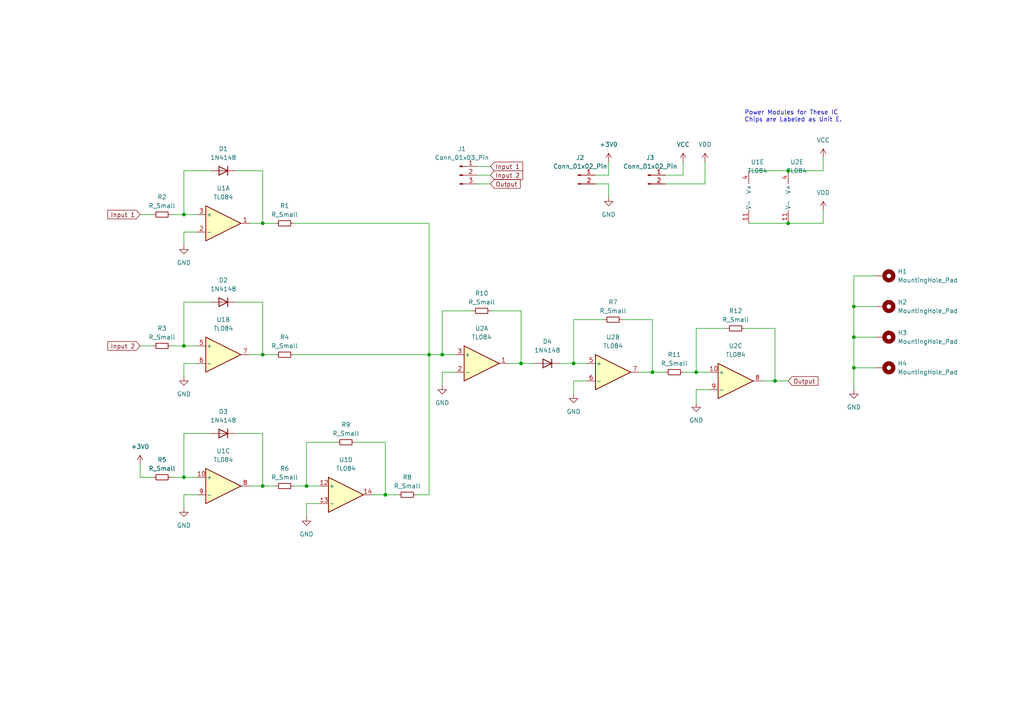
<source format=kicad_sch>
(kicad_sch (version 20230121) (generator eeschema)
  (paper "A4")
  (lib_symbols
    (symbol "Amplifier_Operational:TL084" (pin_names (offset 0.127))
      (property "Reference" "U" (at 0 5.08 0))
      (property "Value" "TL084" (at 0 -5.08 0))
      (symbol "TL084_1_1"
        (polyline (pts (xy -5.08 5.08) (xy 5.08 0) (xy -5.08 -5.08) (xy -5.08 5.08)) (stroke (width 0.254)) (fill (type background)))
        (pin output line (at 7.62 0 180) (length 2.54) (name "~") (number "1"))
        (pin input line (at -7.62 -2.54 0) (length 2.54) (name "-") (number "2"))
        (pin input line (at -7.62 2.54 0) (length 2.54) (name "+") (number "3"))
      )
      (symbol "TL084_2_1"
        (polyline (pts (xy -5.08 5.08) (xy 5.08 0) (xy -5.08 -5.08) (xy -5.08 5.08)) (stroke (width 0.254)) (fill (type background)))
        (pin input line (at -7.62 2.54 0) (length 2.54) (name "+") (number "5"))
        (pin input line (at -7.62 -2.54 0) (length 2.54) (name "-") (number "6"))
        (pin output line (at 7.62 0 180) (length 2.54) (name "~") (number "7"))
      )
      (symbol "TL084_3_1"
        (polyline (pts (xy -5.08 5.08) (xy 5.08 0) (xy -5.08 -5.08) (xy -5.08 5.08)) (stroke (width 0.254)) (fill (type background)))
        (pin input line (at -7.62 2.54 0) (length 2.54) (name "+") (number "10"))
        (pin output line (at 7.62 0 180) (length 2.54) (name "~") (number "8"))
        (pin input line (at -7.62 -2.54 0) (length 2.54) (name "-") (number "9"))
      )
      (symbol "TL084_4_1"
        (polyline (pts (xy -5.08 5.08) (xy 5.08 0) (xy -5.08 -5.08) (xy -5.08 5.08)) (stroke (width 0.254)) (fill (type background)))
        (pin input line (at -7.62 2.54 0) (length 2.54) (name "+") (number "12"))
        (pin input line (at -7.62 -2.54 0) (length 2.54) (name "-") (number "13"))
        (pin output line (at 7.62 0 180) (length 2.54) (name "~") (number "14"))
      )
      (symbol "TL084_5_1"
        (pin power_in line (at -2.54 -7.62 90) (length 3.81) (name "V-") (number "11"))
        (pin power_in line (at -2.54 7.62 270) (length 3.81) (name "V+") (number "4"))
      )
    )
    (symbol "Connector:Conn_01x02_Pin" (pin_names (offset 1.016) hide)
      (property "Reference" "J" (at 0 2.54 0))
      (property "Value" "Conn_01x02_Pin" (at 0 -5.08 0))
      (symbol "Conn_01x02_Pin_1_1"
        (polyline (pts (xy 1.27 -2.54) (xy 0.8636 -2.54)) (stroke (width 0.1524)))
        (polyline (pts (xy 1.27 0) (xy 0.8636 0)) (stroke (width 0.1524)))
        (rectangle (start 0.8636 -2.413) (end 0 -2.667) (stroke (width 0.1524)) (fill (type outline)))
        (rectangle (start 0.8636 0.127) (end 0 -0.127) (stroke (width 0.1524)) (fill (type outline)))
        (pin passive line (at 5.08 0 180) (length 3.81) (name "Pin_1") (number "1"))
        (pin passive line (at 5.08 -2.54 180) (length 3.81) (name "Pin_2") (number "2"))
      )
    )
    (symbol "Connector:Conn_01x03_Pin" (pin_names (offset 1.016) hide)
      (property "Reference" "J" (at 0 5.08 0))
      (property "Value" "Conn_01x03_Pin" (at 0 -5.08 0))
      (symbol "Conn_01x03_Pin_1_1"
        (polyline (pts (xy 1.27 -2.54) (xy 0.8636 -2.54)) (stroke (width 0.1524)))
        (polyline (pts (xy 1.27 0) (xy 0.8636 0)) (stroke (width 0.1524)))
        (polyline (pts (xy 1.27 2.54) (xy 0.8636 2.54)) (stroke (width 0.1524)))
        (rectangle (start 0.8636 -2.413) (end 0 -2.667) (stroke (width 0.1524)) (fill (type outline)))
        (rectangle (start 0.8636 0.127) (end 0 -0.127) (stroke (width 0.1524)) (fill (type outline)))
        (rectangle (start 0.8636 2.667) (end 0 2.413) (stroke (width 0.1524)) (fill (type outline)))
        (pin passive line (at 5.08 2.54 180) (length 3.81) (name "Pin_1") (number "1"))
        (pin passive line (at 5.08 0 180) (length 3.81) (name "Pin_2") (number "2"))
        (pin passive line (at 5.08 -2.54 180) (length 3.81) (name "Pin_3") (number "3"))
      )
    )
    (symbol "Device:R_Small" (pin_numbers hide) (pin_names (offset 0.254) hide)
      (property "Reference" "R" (at 0.762 0.508 0))
      (property "Value" "R_Small" (at 0.762 -1.016 0))
      (symbol "R_Small_0_1"
        (rectangle (start -0.762 1.778) (end 0.762 -1.778) (stroke (width 0.2032)))
      )
      (symbol "R_Small_1_1"
        (pin passive line (at 0 2.54 270) (length 0.762) (name "~") (number "1"))
        (pin passive line (at 0 -2.54 90) (length 0.762) (name "~") (number "2"))
      )
    )
    (symbol "Diode:1N4148" (pin_numbers hide) (pin_names hide)
      (property "Reference" "D" (at 0 2.54 0))
      (property "Value" "1N4148" (at 0 -2.54 0))
      (symbol "1N4148_0_1"
        (polyline (pts (xy -1.27 1.27) (xy -1.27 -1.27)) (stroke (width 0.254)))
        (polyline (pts (xy 1.27 0) (xy -1.27 0)))
        (polyline (pts (xy 1.27 1.27) (xy 1.27 -1.27) (xy -1.27 0) (xy 1.27 1.27)) (stroke (width 0.254)))
      )
      (symbol "1N4148_1_1"
        (pin passive line (at -3.81 0 0) (length 2.54) (name "K") (number "1"))
        (pin passive line (at 3.81 0 180) (length 2.54) (name "A") (number "2"))
      )
    )
    (symbol "Mechanical:MountingHole_Pad" (pin_numbers hide) (pin_names (offset 1.016) hide)
      (property "Reference" "H" (at 0 6.35 0))
      (property "Value" "MountingHole_Pad" (at 0 4.445 0))
      (symbol "MountingHole_Pad_0_1"
        (circle (center 0 1.27) (radius 1.27) (stroke (width 1.27)))
      )
      (symbol "MountingHole_Pad_1_1"
        (pin input line (at 0 -2.54 90) (length 2.54) (name "1") (number "1"))
      )
    )
    (symbol "power:+3V0" (power) (pin_names (offset 0))
      (property "Value" "+3V0" (at 0 3.556 0))
      (symbol "+3V0_0_1"
        (polyline (pts (xy -0.762 1.27) (xy 0 2.54)))
        (polyline (pts (xy 0 0) (xy 0 2.54)))
        (polyline (pts (xy 0 2.54) (xy 0.762 1.27)))
      )
      (symbol "+3V0_1_1"
        (pin power_in line (at 0 0 90) (length 0) hide (name "+3V0") (number "1"))
      )
    )
    (symbol "power:GND" (power) (pin_names (offset 0))
      (property "Value" "GND" (at 0 -3.81 0))
      (symbol "GND_0_1"
        (polyline (pts (xy 0 0) (xy 0 -1.27) (xy 1.27 -1.27) (xy 0 -2.54) (xy -1.27 -1.27) (xy 0 -1.27)))
      )
      (symbol "GND_1_1"
        (pin power_in line (at 0 0 270) (length 0) hide (name "GND") (number "1"))
      )
    )
    (symbol "power:VCC" (power) (pin_names (offset 0))
      (property "Value" "VCC" (at 0 3.81 0))
      (symbol "VCC_0_1"
        (polyline (pts (xy -0.762 1.27) (xy 0 2.54)))
        (polyline (pts (xy 0 0) (xy 0 2.54)))
        (polyline (pts (xy 0 2.54) (xy 0.762 1.27)))
      )
      (symbol "VCC_1_1"
        (pin power_in line (at 0 0 90) (length 0) hide (name "VCC") (number "1"))
      )
    )
    (symbol "power:VDD" (power) (pin_names (offset 0))
      (property "Value" "VDD" (at 0 3.81 0))
      (symbol "VDD_0_1"
        (polyline (pts (xy -0.762 1.27) (xy 0 2.54)))
        (polyline (pts (xy 0 0) (xy 0 2.54)))
        (polyline (pts (xy 0 2.54) (xy 0.762 1.27)))
      )
      (symbol "VDD_1_1"
        (pin power_in line (at 0 0 90) (length 0) hide (name "VDD") (number "1"))
      )
    )
  )
  (junction (at 53.34 100.33))
  (junction (at 247.65 106.68))
  (junction (at 76.2 140.97))
  (junction (at 224.79 110.49))
  (junction (at 247.65 97.79))
  (junction (at 128.27 102.87))
  (junction (at 228.6 64.77))
  (junction (at 201.93 107.95))
  (junction (at 124.46 102.87))
  (junction (at 228.6 49.53))
  (junction (at 189.23 107.95))
  (junction (at 76.2 102.87))
  (junction (at 88.9 140.97))
  (junction (at 247.65 88.9))
  (junction (at 151.13 105.41))
  (junction (at 166.37 105.41))
  (junction (at 111.76 143.51))
  (junction (at 76.2 64.77))
  (junction (at 53.34 62.23))
  (junction (at 53.34 138.43))
  (wire (pts (xy 57.15 105.41) (xy 53.34 105.41)))
  (wire (pts (xy 228.6 49.53) (xy 217.17 49.53)))
  (wire (pts (xy 166.37 105.41) (xy 166.37 92.71)))
  (wire (pts (xy 247.65 88.9) (xy 247.65 97.79)))
  (wire (pts (xy 138.43 53.34) (xy 142.24 53.34)))
  (wire (pts (xy 76.2 87.63) (xy 76.2 102.87)))
  (wire (pts (xy 53.34 125.73) (xy 53.34 138.43)))
  (wire (pts (xy 68.58 125.73) (xy 76.2 125.73)))
  (wire (pts (xy 57.15 67.31) (xy 53.34 67.31)))
  (wire (pts (xy 128.27 107.95) (xy 132.08 107.95)))
  (wire (pts (xy 60.96 49.53) (xy 53.34 49.53)))
  (wire (pts (xy 147.32 105.41) (xy 151.13 105.41)))
  (wire (pts (xy 72.39 64.77) (xy 76.2 64.77)))
  (wire (pts (xy 68.58 87.63) (xy 76.2 87.63)))
  (wire (pts (xy 204.47 53.34) (xy 204.47 46.99)))
  (wire (pts (xy 128.27 90.17) (xy 128.27 102.87)))
  (wire (pts (xy 53.34 105.41) (xy 53.34 109.22)))
  (wire (pts (xy 210.82 95.25) (xy 201.93 95.25)))
  (wire (pts (xy 92.71 146.05) (xy 88.9 146.05)))
  (wire (pts (xy 40.64 134.62) (xy 40.64 138.43)))
  (wire (pts (xy 247.65 88.9) (xy 254 88.9)))
  (wire (pts (xy 53.34 62.23) (xy 57.15 62.23)))
  (wire (pts (xy 53.34 100.33) (xy 57.15 100.33)))
  (wire (pts (xy 88.9 140.97) (xy 92.71 140.97)))
  (wire (pts (xy 53.34 147.32) (xy 53.34 143.51)))
  (wire (pts (xy 176.53 50.8) (xy 172.72 50.8)))
  (wire (pts (xy 128.27 102.87) (xy 132.08 102.87)))
  (wire (pts (xy 128.27 111.76) (xy 128.27 107.95)))
  (wire (pts (xy 247.65 80.01) (xy 247.65 88.9)))
  (wire (pts (xy 49.53 62.23) (xy 53.34 62.23)))
  (wire (pts (xy 198.12 46.99) (xy 198.12 50.8)))
  (wire (pts (xy 201.93 107.95) (xy 205.74 107.95)))
  (wire (pts (xy 151.13 105.41) (xy 151.13 90.17)))
  (wire (pts (xy 238.76 60.96) (xy 238.76 64.77)))
  (wire (pts (xy 72.39 102.87) (xy 76.2 102.87)))
  (wire (pts (xy 220.98 110.49) (xy 224.79 110.49)))
  (wire (pts (xy 166.37 114.3) (xy 166.37 110.49)))
  (wire (pts (xy 247.65 97.79) (xy 254 97.79)))
  (wire (pts (xy 193.04 53.34) (xy 204.47 53.34)))
  (wire (pts (xy 201.93 113.03) (xy 205.74 113.03)))
  (wire (pts (xy 189.23 92.71) (xy 189.23 107.95)))
  (wire (pts (xy 49.53 138.43) (xy 53.34 138.43)))
  (wire (pts (xy 201.93 116.84) (xy 201.93 113.03)))
  (wire (pts (xy 124.46 102.87) (xy 128.27 102.87)))
  (wire (pts (xy 172.72 53.34) (xy 176.53 53.34)))
  (wire (pts (xy 247.65 97.79) (xy 247.65 106.68)))
  (wire (pts (xy 88.9 146.05) (xy 88.9 149.86)))
  (wire (pts (xy 40.64 138.43) (xy 44.45 138.43)))
  (wire (pts (xy 166.37 105.41) (xy 170.18 105.41)))
  (wire (pts (xy 76.2 64.77) (xy 80.01 64.77)))
  (wire (pts (xy 138.43 48.26) (xy 142.24 48.26)))
  (wire (pts (xy 76.2 102.87) (xy 80.01 102.87)))
  (wire (pts (xy 137.16 90.17) (xy 128.27 90.17)))
  (wire (pts (xy 215.9 95.25) (xy 224.79 95.25)))
  (wire (pts (xy 162.56 105.41) (xy 166.37 105.41)))
  (wire (pts (xy 228.6 64.77) (xy 217.17 64.77)))
  (wire (pts (xy 198.12 50.8) (xy 193.04 50.8)))
  (wire (pts (xy 151.13 90.17) (xy 142.24 90.17)))
  (wire (pts (xy 151.13 105.41) (xy 154.94 105.41)))
  (wire (pts (xy 238.76 49.53) (xy 228.6 49.53)))
  (wire (pts (xy 68.58 49.53) (xy 76.2 49.53)))
  (wire (pts (xy 238.76 45.72) (xy 238.76 49.53)))
  (wire (pts (xy 247.65 106.68) (xy 254 106.68)))
  (wire (pts (xy 53.34 143.51) (xy 57.15 143.51)))
  (wire (pts (xy 85.09 102.87) (xy 124.46 102.87)))
  (wire (pts (xy 124.46 64.77) (xy 124.46 102.87)))
  (wire (pts (xy 180.34 92.71) (xy 189.23 92.71)))
  (wire (pts (xy 176.53 46.99) (xy 176.53 50.8)))
  (wire (pts (xy 238.76 64.77) (xy 228.6 64.77)))
  (wire (pts (xy 224.79 110.49) (xy 228.6 110.49)))
  (wire (pts (xy 88.9 140.97) (xy 88.9 128.27)))
  (wire (pts (xy 185.42 107.95) (xy 189.23 107.95)))
  (wire (pts (xy 111.76 128.27) (xy 111.76 143.51)))
  (wire (pts (xy 85.09 140.97) (xy 88.9 140.97)))
  (wire (pts (xy 189.23 107.95) (xy 193.04 107.95)))
  (wire (pts (xy 40.64 100.33) (xy 44.45 100.33)))
  (wire (pts (xy 76.2 125.73) (xy 76.2 140.97)))
  (wire (pts (xy 254 80.01) (xy 247.65 80.01)))
  (wire (pts (xy 53.34 87.63) (xy 53.34 100.33)))
  (wire (pts (xy 201.93 95.25) (xy 201.93 107.95)))
  (wire (pts (xy 40.64 62.23) (xy 44.45 62.23)))
  (wire (pts (xy 49.53 100.33) (xy 53.34 100.33)))
  (wire (pts (xy 76.2 49.53) (xy 76.2 64.77)))
  (wire (pts (xy 102.87 128.27) (xy 111.76 128.27)))
  (wire (pts (xy 224.79 95.25) (xy 224.79 110.49)))
  (wire (pts (xy 166.37 110.49) (xy 170.18 110.49)))
  (wire (pts (xy 124.46 143.51) (xy 124.46 102.87)))
  (wire (pts (xy 198.12 107.95) (xy 201.93 107.95)))
  (wire (pts (xy 60.96 125.73) (xy 53.34 125.73)))
  (wire (pts (xy 111.76 143.51) (xy 115.57 143.51)))
  (wire (pts (xy 53.34 138.43) (xy 57.15 138.43)))
  (wire (pts (xy 60.96 87.63) (xy 53.34 87.63)))
  (wire (pts (xy 53.34 67.31) (xy 53.34 71.12)))
  (wire (pts (xy 166.37 92.71) (xy 175.26 92.71)))
  (wire (pts (xy 120.65 143.51) (xy 124.46 143.51)))
  (wire (pts (xy 76.2 140.97) (xy 80.01 140.97)))
  (wire (pts (xy 107.95 143.51) (xy 111.76 143.51)))
  (wire (pts (xy 72.39 140.97) (xy 76.2 140.97)))
  (wire (pts (xy 176.53 53.34) (xy 176.53 57.15)))
  (wire (pts (xy 247.65 106.68) (xy 247.65 113.03)))
  (wire (pts (xy 138.43 50.8) (xy 142.24 50.8)))
  (wire (pts (xy 88.9 128.27) (xy 97.79 128.27)))
  (wire (pts (xy 85.09 64.77) (xy 124.46 64.77)))
  (wire (pts (xy 53.34 49.53) (xy 53.34 62.23)))
  (text "Power Modules for These IC\nChips are Labeled as Unit E." (at 215.9 35.56 0) (effects (font (size 1.27 1.27)) (justify left bottom)))
  (global_label "Input 2" (shape input) (at 40.64 100.33 180) (property "Intersheetrefs" "${INTERSHEET_REFS}" (effects hide)))
  (global_label "Input 2" (shape input) (at 142.24 50.8 0) (property "Intersheetrefs" "${INTERSHEET_REFS}" (effects hide)))
  (global_label "Input 1" (shape input) (at 142.24 48.26 0) (property "Intersheetrefs" "${INTERSHEET_REFS}" (effects hide)))
  (global_label "Output" (shape input) (at 142.24 53.34 0) (property "Intersheetrefs" "${INTERSHEET_REFS}" (effects hide)))
  (global_label "Output" (shape input) (at 228.6 110.49 0) (property "Intersheetrefs" "${INTERSHEET_REFS}" (effects hide)))
  (global_label "Input 1" (shape input) (at 40.64 62.23 180) (property "Intersheetrefs" "${INTERSHEET_REFS}" (effects hide)))
  (symbol (lib_id "Device:R_Small") (at 177.8 92.71 90) (unit 1)
    (property "Reference" "R7" (at 177.8 87.63 90))
    (property "Value" "R_Small" (at 177.8 90.17 90))
    (property "Footprint" "Resistor_THT:R_Axial_DIN0411_L9.9mm_D3.6mm_P15.24mm_Horizontal" (effects hide))
  )
  (symbol (lib_id "Mechanical:MountingHole_Pad") (at 256.54 106.68 270) (unit 1)
    (property "Reference" "H4" (at 260.35 105.41 90) (effects (justify left)))
    (property "Value" "MountingHole_Pad" (at 260.35 107.95 90) (effects (justify left)))
    (property "Footprint" "MountingHole:MountingHole_3.5mm_Pad_Via" (effects hide))
  )
  (symbol (lib_id "Mechanical:MountingHole_Pad") (at 256.54 80.01 270) (unit 1)
    (property "Reference" "H1" (at 260.35 78.74 90) (effects (justify left)))
    (property "Value" "MountingHole_Pad" (at 260.35 81.28 90) (effects (justify left)))
    (property "Footprint" "MountingHole:MountingHole_3.5mm_Pad_Via" (effects hide))
  )
  (symbol (lib_id "Device:R_Small") (at 100.33 128.27 90) (unit 1)
    (property "Reference" "R9" (at 100.33 123.19 90))
    (property "Value" "R_Small" (at 100.33 125.73 90))
    (property "Footprint" "Resistor_THT:R_Axial_DIN0411_L9.9mm_D3.6mm_P15.24mm_Horizontal" (effects hide))
  )
  (symbol (lib_id "Device:R_Small") (at 195.58 107.95 90) (unit 1)
    (property "Reference" "R11" (at 195.58 102.87 90))
    (property "Value" "R_Small" (at 195.58 105.41 90))
    (property "Footprint" "Resistor_THT:R_Axial_DIN0411_L9.9mm_D3.6mm_P15.24mm_Horizontal" (effects hide))
  )
  (symbol (lib_id "power:GND") (at 88.9 149.86 0) (unit 1)
    (property "Reference" "#PWR04" (effects hide))
    (property "Value" "GND" (at 88.9 154.94 0))
  )
  (symbol (lib_id "power:+3V0") (at 176.53 46.99 0) (unit 1)
    (property "Reference" "#PWR011" (effects hide))
    (property "Value" "+3V0" (at 176.53 41.91 0))
  )
  (symbol (lib_id "Amplifier_Operational:TL084") (at 231.14 57.15 0) (unit 5)
    (property "Reference" "U2" (at 231.14 46.99 0))
    (property "Value" "TL084" (at 231.14 49.53 0))
    (property "Footprint" "Package_DIP:DIP-14_W7.62mm_Socket_LongPads" (effects hide))
    (property "Datasheet" "http://www.ti.com/lit/ds/symlink/tl081.pdf" (effects hide))
  )
  (symbol (lib_id "power:GND") (at 247.65 113.03 0) (unit 1)
    (property "Reference" "#PWR015" (effects hide))
    (property "Value" "GND" (at 247.65 118.11 0))
  )
  (symbol (lib_id "Connector:Conn_01x03_Pin") (at 133.35 50.8 0) (unit 1)
    (property "Reference" "J1" (at 133.985 43.18 0))
    (property "Value" "Conn_01x03_Pin" (at 133.985 45.72 0))
    (property "Footprint" "Connector_PinHeader_2.54mm:PinHeader_1x03_P2.54mm_Vertical" (effects hide))
  )
  (symbol (lib_id "Amplifier_Operational:TL084") (at 213.36 110.49 0) (unit 3)
    (property "Reference" "U2" (at 213.36 100.33 0))
    (property "Value" "TL084" (at 213.36 102.87 0))
    (property "Footprint" "Package_DIP:DIP-14_W7.62mm_Socket_LongPads" (effects hide))
    (property "Datasheet" "http://www.ti.com/lit/ds/symlink/tl081.pdf" (effects hide))
  )
  (symbol (lib_id "power:GND") (at 53.34 109.22 0) (unit 1)
    (property "Reference" "#PWR02" (effects hide))
    (property "Value" "GND" (at 53.34 114.3 0))
  )
  (symbol (lib_id "power:VCC") (at 198.12 46.99 0) (unit 1)
    (property "Reference" "#PWR09" (effects hide))
    (property "Value" "VCC" (at 198.12 41.91 0))
  )
  (symbol (lib_id "Mechanical:MountingHole_Pad") (at 256.54 97.79 270) (unit 1)
    (property "Reference" "H3" (at 260.35 96.52 90) (effects (justify left)))
    (property "Value" "MountingHole_Pad" (at 260.35 99.06 90) (effects (justify left)))
    (property "Footprint" "MountingHole:MountingHole_3.5mm_Pad_Via" (effects hide))
  )
  (symbol (lib_id "Diode:1N4148") (at 158.75 105.41 180) (unit 1)
    (property "Reference" "D4" (at 158.75 99.06 0))
    (property "Value" "1N4148" (at 158.75 101.6 0))
    (property "Footprint" "Diode_THT:D_DO-35_SOD27_P7.62mm_Horizontal" (effects hide))
    (property "Datasheet" "https://assets.nexperia.com/documents/data-sheet/1N4148_1N4448.pdf" (effects hide))
    (property "Sim.Device" "D" (effects hide))
    (property "Sim.Pins" "1=K 2=A" (effects hide))
  )
  (symbol (lib_id "Diode:1N4148") (at 64.77 87.63 180) (unit 1)
    (property "Reference" "D2" (at 64.77 81.28 0))
    (property "Value" "1N4148" (at 64.77 83.82 0))
    (property "Footprint" "Diode_THT:D_DO-35_SOD27_P7.62mm_Horizontal" (effects hide))
    (property "Datasheet" "https://assets.nexperia.com/documents/data-sheet/1N4148_1N4448.pdf" (effects hide))
    (property "Sim.Device" "D" (effects hide))
    (property "Sim.Pins" "1=K 2=A" (effects hide))
  )
  (symbol (lib_id "Amplifier_Operational:TL084") (at 139.7 105.41 0) (unit 1)
    (property "Reference" "U2" (at 139.7 95.25 0))
    (property "Value" "TL084" (at 139.7 97.79 0))
    (property "Footprint" "Package_DIP:DIP-14_W7.62mm_Socket_LongPads" (effects hide))
    (property "Datasheet" "http://www.ti.com/lit/ds/symlink/tl081.pdf" (effects hide))
  )
  (symbol (lib_id "power:GND") (at 176.53 57.15 0) (unit 1)
    (property "Reference" "#PWR010" (effects hide))
    (property "Value" "GND" (at 176.53 62.23 0))
  )
  (symbol (lib_id "Amplifier_Operational:TL084") (at 177.8 107.95 0) (unit 2)
    (property "Reference" "U2" (at 177.8 97.79 0))
    (property "Value" "TL084" (at 177.8 100.33 0))
    (property "Footprint" "Package_DIP:DIP-14_W7.62mm_Socket_LongPads" (effects hide))
    (property "Datasheet" "http://www.ti.com/lit/ds/symlink/tl081.pdf" (effects hide))
  )
  (symbol (lib_id "Amplifier_Operational:TL084") (at 64.77 64.77 0) (unit 1)
    (property "Reference" "U1" (at 64.77 54.61 0))
    (property "Value" "TL084" (at 64.77 57.15 0))
    (property "Footprint" "Package_DIP:DIP-14_W7.62mm_Socket_LongPads" (effects hide))
    (property "Datasheet" "http://www.ti.com/lit/ds/symlink/tl081.pdf" (effects hide))
  )
  (symbol (lib_id "Device:R_Small") (at 82.55 64.77 90) (unit 1)
    (property "Reference" "R1" (at 82.55 59.69 90))
    (property "Value" "R_Small" (at 82.55 62.23 90))
    (property "Footprint" "Resistor_THT:R_Axial_DIN0411_L9.9mm_D3.6mm_P15.24mm_Horizontal" (effects hide))
  )
  (symbol (lib_id "power:+3V0") (at 40.64 134.62 0) (unit 1)
    (property "Reference" "#PWR06" (effects hide))
    (property "Value" "+3V0" (at 40.64 129.54 0))
  )
  (symbol (lib_id "power:GND") (at 53.34 147.32 0) (unit 1)
    (property "Reference" "#PWR03" (effects hide))
    (property "Value" "GND" (at 53.34 152.4 0))
  )
  (symbol (lib_id "Device:R_Small") (at 46.99 62.23 90) (unit 1)
    (property "Reference" "R2" (at 46.99 57.15 90))
    (property "Value" "R_Small" (at 46.99 59.69 90))
    (property "Footprint" "Resistor_THT:R_Axial_DIN0411_L9.9mm_D3.6mm_P15.24mm_Horizontal" (effects hide))
  )
  (symbol (lib_id "Amplifier_Operational:TL084") (at 64.77 102.87 0) (unit 2)
    (property "Reference" "U1" (at 64.77 92.71 0))
    (property "Value" "TL084" (at 64.77 95.25 0))
    (property "Footprint" "Package_DIP:DIP-14_W7.62mm_Socket_LongPads" (effects hide))
    (property "Datasheet" "http://www.ti.com/lit/ds/symlink/tl081.pdf" (effects hide))
  )
  (symbol (lib_id "power:GND") (at 166.37 114.3 0) (unit 1)
    (property "Reference" "#PWR07" (effects hide))
    (property "Value" "GND" (at 166.37 119.38 0))
  )
  (symbol (lib_id "Connector:Conn_01x02_Pin") (at 167.64 50.8 0) (unit 1)
    (property "Reference" "J2" (at 168.275 45.72 0))
    (property "Value" "Conn_01x02_Pin" (at 168.275 48.26 0))
    (property "Footprint" "Connector_PinHeader_2.54mm:PinHeader_1x02_P2.54mm_Vertical" (effects hide))
  )
  (symbol (lib_id "Device:R_Small") (at 46.99 100.33 90) (unit 1)
    (property "Reference" "R3" (at 46.99 95.25 90))
    (property "Value" "R_Small" (at 46.99 97.79 90))
    (property "Footprint" "Resistor_THT:R_Axial_DIN0411_L9.9mm_D3.6mm_P15.24mm_Horizontal" (effects hide))
  )
  (symbol (lib_id "Device:R_Small") (at 46.99 138.43 90) (unit 1)
    (property "Reference" "R5" (at 46.99 133.35 90))
    (property "Value" "R_Small" (at 46.99 135.89 90))
    (property "Footprint" "Resistor_THT:R_Axial_DIN0411_L9.9mm_D3.6mm_P15.24mm_Horizontal" (effects hide))
  )
  (symbol (lib_id "Device:R_Small") (at 82.55 102.87 90) (unit 1)
    (property "Reference" "R4" (at 82.55 97.79 90))
    (property "Value" "R_Small" (at 82.55 100.33 90))
    (property "Footprint" "Resistor_THT:R_Axial_DIN0411_L9.9mm_D3.6mm_P15.24mm_Horizontal" (effects hide))
  )
  (symbol (lib_id "power:GND") (at 53.34 71.12 0) (unit 1)
    (property "Reference" "#PWR01" (effects hide))
    (property "Value" "GND" (at 53.34 76.2 0))
  )
  (symbol (lib_id "Amplifier_Operational:TL084") (at 100.33 143.51 0) (unit 4)
    (property "Reference" "U1" (at 100.33 133.35 0))
    (property "Value" "TL084" (at 100.33 135.89 0))
    (property "Footprint" "Package_DIP:DIP-14_W7.62mm_Socket_LongPads" (effects hide))
    (property "Datasheet" "http://www.ti.com/lit/ds/symlink/tl081.pdf" (effects hide))
  )
  (symbol (lib_id "power:GND") (at 201.93 116.84 0) (unit 1)
    (property "Reference" "#PWR08" (effects hide))
    (property "Value" "GND" (at 201.93 121.92 0))
  )
  (symbol (lib_id "Device:R_Small") (at 213.36 95.25 90) (unit 1)
    (property "Reference" "R12" (at 213.36 90.17 90))
    (property "Value" "R_Small" (at 213.36 92.71 90))
    (property "Footprint" "Resistor_THT:R_Axial_DIN0411_L9.9mm_D3.6mm_P15.24mm_Horizontal" (effects hide))
  )
  (symbol (lib_id "Mechanical:MountingHole_Pad") (at 256.54 88.9 270) (unit 1)
    (property "Reference" "H2" (at 260.35 87.63 90) (effects (justify left)))
    (property "Value" "MountingHole_Pad" (at 260.35 90.17 90) (effects (justify left)))
    (property "Footprint" "MountingHole:MountingHole_3.5mm_Pad_Via" (effects hide))
  )
  (symbol (lib_id "Diode:1N4148") (at 64.77 49.53 180) (unit 1)
    (property "Reference" "D1" (at 64.77 43.18 0))
    (property "Value" "1N4148" (at 64.77 45.72 0))
    (property "Footprint" "Diode_THT:D_DO-35_SOD27_P7.62mm_Horizontal" (effects hide))
    (property "Datasheet" "https://assets.nexperia.com/documents/data-sheet/1N4148_1N4448.pdf" (effects hide))
    (property "Sim.Device" "D" (effects hide))
    (property "Sim.Pins" "1=K 2=A" (effects hide))
  )
  (symbol (lib_id "power:VDD") (at 204.47 46.99 0) (unit 1)
    (property "Reference" "#PWR012" (effects hide))
    (property "Value" "VDD" (at 204.47 41.91 0))
  )
  (symbol (lib_id "Amplifier_Operational:TL084") (at 64.77 140.97 0) (unit 3)
    (property "Reference" "U1" (at 64.77 130.81 0))
    (property "Value" "TL084" (at 64.77 133.35 0))
    (property "Footprint" "Package_DIP:DIP-14_W7.62mm_Socket_LongPads" (effects hide))
    (property "Datasheet" "http://www.ti.com/lit/ds/symlink/tl081.pdf" (effects hide))
  )
  (symbol (lib_id "Connector:Conn_01x02_Pin") (at 187.96 50.8 0) (unit 1)
    (property "Reference" "J3" (at 188.595 45.72 0))
    (property "Value" "Conn_01x02_Pin" (at 188.595 48.26 0))
    (property "Footprint" "Connector_PinHeader_2.54mm:PinHeader_1x02_P2.54mm_Vertical" (effects hide))
  )
  (symbol (lib_id "power:GND") (at 128.27 111.76 0) (unit 1)
    (property "Reference" "#PWR05" (effects hide))
    (property "Value" "GND" (at 128.27 116.84 0))
  )
  (symbol (lib_id "Device:R_Small") (at 82.55 140.97 90) (unit 1)
    (property "Reference" "R6" (at 82.55 135.89 90))
    (property "Value" "R_Small" (at 82.55 138.43 90))
    (property "Footprint" "Resistor_THT:R_Axial_DIN0411_L9.9mm_D3.6mm_P15.24mm_Horizontal" (effects hide))
  )
  (symbol (lib_id "Device:R_Small") (at 118.11 143.51 90) (unit 1)
    (property "Reference" "R8" (at 118.11 138.43 90))
    (property "Value" "R_Small" (at 118.11 140.97 90))
    (property "Footprint" "Resistor_THT:R_Axial_DIN0411_L9.9mm_D3.6mm_P15.24mm_Horizontal" (effects hide))
  )
  (symbol (lib_id "Diode:1N4148") (at 64.77 125.73 180) (unit 1)
    (property "Reference" "D3" (at 64.77 119.38 0))
    (property "Value" "1N4148" (at 64.77 121.92 0))
    (property "Footprint" "Diode_THT:D_DO-35_SOD27_P7.62mm_Horizontal" (effects hide))
    (property "Datasheet" "https://assets.nexperia.com/documents/data-sheet/1N4148_1N4448.pdf" (effects hide))
    (property "Sim.Device" "D" (effects hide))
    (property "Sim.Pins" "1=K 2=A" (effects hide))
  )
  (symbol (lib_id "power:VDD") (at 238.76 60.96 0) (unit 1)
    (property "Reference" "#PWR014" (effects hide))
    (property "Value" "VDD" (at 238.76 55.88 0))
  )
  (symbol (lib_id "power:VCC") (at 238.76 45.72 0) (unit 1)
    (property "Reference" "#PWR013" (effects hide))
    (property "Value" "VCC" (at 238.76 40.64 0))
  )
  (symbol (lib_id "Amplifier_Operational:TL084") (at 219.71 57.15 0) (unit 5)
    (property "Reference" "U1" (at 219.71 46.99 0))
    (property "Value" "TL084" (at 219.71 49.53 0))
    (property "Footprint" "Package_DIP:DIP-14_W7.62mm_Socket_LongPads" (effects hide))
    (property "Datasheet" "http://www.ti.com/lit/ds/symlink/tl081.pdf" (effects hide))
  )
  (symbol (lib_id "Device:R_Small") (at 139.7 90.17 90) (unit 1)
    (property "Reference" "R10" (at 139.7 85.09 90))
    (property "Value" "R_Small" (at 139.7 87.63 90))
    (property "Footprint" "Resistor_THT:R_Axial_DIN0411_L9.9mm_D3.6mm_P15.24mm_Horizontal" (effects hide))
  )
)
</source>
